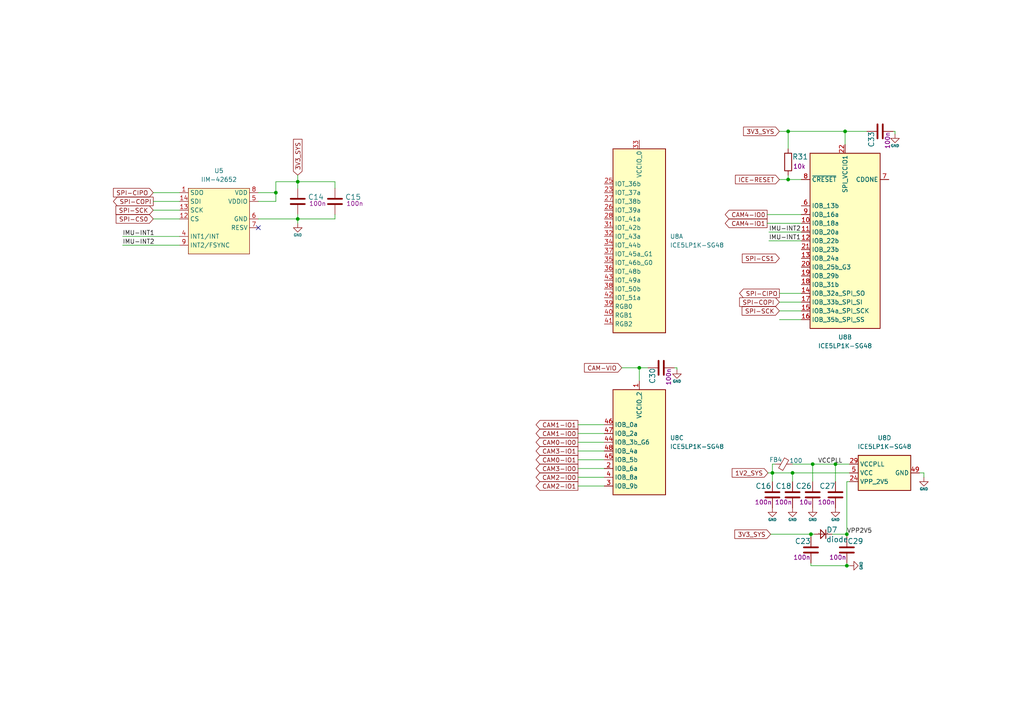
<source format=kicad_sch>
(kicad_sch (version 20211123) (generator eeschema)
  (paper "A4")
  (lib_symbols
    (symbol "Device:FerriteBead_Small" (pin_numbers hide) (pin_names (offset 0))
      (property "Reference" "FB" (at 1.905 1.27 0))
      (property "Value" "FerriteBead_Small" (at 1.905 -1.27 0))
      (symbol "FerriteBead_Small_0_1"
        (polyline (pts (xy 0 -1.27) (xy 0 -0.7874)))
        (polyline (pts (xy 0 0.889) (xy 0 1.2954)))
        (polyline (pts (xy -1.8288 0.2794) (xy -1.1176 1.4986) (xy 1.8288 -0.2032) (xy 1.1176 -1.4224) (xy -1.8288 0.2794)))
      )
      (symbol "FerriteBead_Small_1_1"
        (pin passive line (at 0 2.54 270) (length 1.27) (name "~") (number "1"))
        (pin passive line (at 0 -2.54 90) (length 1.27) (name "~") (number "2"))
      )
    )
    (symbol "FPGA_Lattice:ICE5LP1K-SG48"
      (property "Reference" "U" (at -8.89 -29.21 0))
      (property "Value" "ICE5LP1K-SG48" (at 0 -31.75 0))
      (symbol "ICE5LP1K-SG48_1_1"
        (rectangle (start -7.62 25.4) (end 7.62 -27.94) (stroke (width 0.254)) (fill (type background)))
        (pin bidirectional line (at -10.16 12.7 0) (length 2.54) (name "IOT_37a") (number "23"))
        (pin bidirectional line (at -10.16 15.24 0) (length 2.54) (name "IOT_36b") (number "25"))
        (pin bidirectional line (at -10.16 7.62 0) (length 2.54) (name "IOT_39a") (number "26"))
        (pin bidirectional line (at -10.16 10.16 0) (length 2.54) (name "IOT_38b") (number "27"))
        (pin bidirectional line (at -10.16 5.08 0) (length 2.54) (name "IOT_41a") (number "28"))
        (pin bidirectional line (at -10.16 2.54 0) (length 2.54) (name "IOT_42b") (number "31"))
        (pin bidirectional line (at -10.16 0 0) (length 2.54) (name "IOT_43a") (number "32"))
        (pin power_in line (at 0 27.94 270) (length 2.54) (name "VCCIO_0") (number "33"))
        (pin bidirectional line (at -10.16 -2.54 0) (length 2.54) (name "IOT_44b") (number "34"))
        (pin bidirectional line (at -10.16 -7.62 0) (length 2.54) (name "IOT_46b_G0") (number "35"))
        (pin bidirectional line (at -10.16 -10.16 0) (length 2.54) (name "IOT_48b") (number "36"))
        (pin bidirectional line (at -10.16 -5.08 0) (length 2.54) (name "IOT_45a_G1") (number "37"))
        (pin bidirectional line (at -10.16 -15.24 0) (length 2.54) (name "IOT_50b") (number "38"))
        (pin open_collector line (at -10.16 -20.32 0) (length 2.54) (name "RGB0") (number "39"))
        (pin open_collector line (at -10.16 -22.86 0) (length 2.54) (name "RGB1") (number "40"))
        (pin open_collector line (at -10.16 -25.4 0) (length 2.54) (name "RGB2") (number "41"))
        (pin bidirectional line (at -10.16 -17.78 0) (length 2.54) (name "IOT_51a") (number "42"))
        (pin bidirectional line (at -10.16 -12.7 0) (length 2.54) (name "IOT_49a") (number "43"))
      )
      (symbol "ICE5LP1K-SG48_2_1"
        (rectangle (start -10.16 25.4) (end 10.16 -25.4) (stroke (width 0.254)) (fill (type background)))
        (pin bidirectional line (at -12.7 5.08 0) (length 2.54) (name "IOB_18a") (number "10"))
        (pin bidirectional line (at -12.7 2.54 0) (length 2.54) (name "IOB_20a") (number "11"))
        (pin bidirectional line (at -12.7 0 0) (length 2.54) (name "IOB_22b") (number "12"))
        (pin bidirectional line (at -12.7 -5.08 0) (length 2.54) (name "IOB_24a") (number "13"))
        (pin bidirectional line (at -12.7 -15.24 0) (length 2.54) (name "IOB_32a_SPI_SO") (number "14"))
        (pin bidirectional line (at -12.7 -20.32 0) (length 2.54) (name "IOB_34a_SPI_SCK") (number "15"))
        (pin bidirectional line (at -12.7 -22.86 0) (length 2.54) (name "IOB_35b_SPI_SS") (number "16"))
        (pin bidirectional line (at -12.7 -17.78 0) (length 2.54) (name "IOB_33b_SPI_SI") (number "17"))
        (pin bidirectional line (at -12.7 -12.7 0) (length 2.54) (name "IOB_31b") (number "18"))
        (pin bidirectional line (at -12.7 -10.16 0) (length 2.54) (name "IOB_29b") (number "19"))
        (pin bidirectional line (at -12.7 -7.62 0) (length 2.54) (name "IOB_25b_G3") (number "20"))
        (pin bidirectional line (at -12.7 -2.54 0) (length 2.54) (name "IOB_23b") (number "21"))
        (pin power_in line (at 0 27.94 270) (length 2.54) (name "SPI_VCCIO1") (number "22"))
        (pin bidirectional line (at -12.7 10.16 0) (length 2.54) (name "IOB_13b") (number "6"))
        (pin open_collector line (at 12.7 17.78 180) (length 2.54) (name "CDONE") (number "7"))
        (pin input line (at -12.7 17.78 0) (length 2.54) (name "~{CRESET}") (number "8"))
        (pin bidirectional line (at -12.7 7.62 0) (length 2.54) (name "IOB_16a") (number "9"))
      )
      (symbol "ICE5LP1K-SG48_3_1"
        (rectangle (start -7.62 15.24) (end 7.62 -15.24) (stroke (width 0.254)) (fill (type background)))
        (pin power_in line (at 0 17.78 270) (length 2.54) (name "VCCIO_2") (number "1"))
        (pin bidirectional line (at -10.16 -7.62 0) (length 2.54) (name "IOB_6a") (number "2"))
        (pin bidirectional line (at -10.16 -12.7 0) (length 2.54) (name "IOB_9b") (number "3"))
        (pin bidirectional line (at -10.16 -10.16 0) (length 2.54) (name "IOB_8a") (number "4"))
        (pin bidirectional line (at -10.16 0 0) (length 2.54) (name "IOB_3b_G6") (number "44"))
        (pin bidirectional line (at -10.16 -5.08 0) (length 2.54) (name "IOB_5b") (number "45"))
        (pin bidirectional line (at -10.16 5.08 0) (length 2.54) (name "IOB_0a") (number "46"))
        (pin bidirectional line (at -10.16 2.54 0) (length 2.54) (name "IOB_2a") (number "47"))
        (pin bidirectional line (at -10.16 -2.54 0) (length 2.54) (name "IOB_4a") (number "48"))
      )
      (symbol "ICE5LP1K-SG48_4_1"
        (rectangle (start -5.08 7.62) (end 5.08 -7.62) (stroke (width 0.254)) (fill (type background)))
        (pin power_in line (at -2.54 10.16 270) (length 2.54) (name "VPP_2V5") (number "24"))
        (pin power_out line (at 2.54 10.16 270) (length 2.54) (name "VCCPLL") (number "29"))
        (pin passive line (at 0 10.16 270) (length 2.54) hide (name "VCC") (number "30"))
        (pin power_in line (at 0 -10.16 90) (length 2.54) (name "GND") (number "49"))
        (pin power_in line (at 0 10.16 270) (length 2.54) (name "VCC") (number "5"))
      )
    )
    (symbol "capablerobot-sensors:IIM-42652"
      (property "Reference" "U" (at -7.62 10.16 0))
      (property "Value" "IIM-42652" (at -8.89 11.43 0))
      (symbol "IIM-42652_0_1"
        (rectangle (start -8.89 8.89) (end 8.89 -10.16) (stroke (width 0.1524)) (fill (type background)))
      )
      (symbol "IIM-42652_1_1"
        (pin output line (at -11.43 7.62 0) (length 2.54) (name "SDO") (number "1"))
        (pin output line (at -11.43 0 0) (length 2.54) (name "CS") (number "12"))
        (pin input line (at -11.43 2.54 0) (length 2.54) (name "SCK") (number "13"))
        (pin input line (at -11.43 5.08 0) (length 2.54) (name "SDI") (number "14"))
        (pin bidirectional line (at -11.43 -5.08 0) (length 2.54) (name "INT1/INT") (number "4"))
        (pin power_in line (at 11.43 5.08 180) (length 2.54) (name "VDDIO") (number "5"))
        (pin power_in line (at 11.43 0 180) (length 2.54) (name "GND") (number "6"))
        (pin input line (at 11.43 -2.54 180) (length 2.54) (name "RESV") (number "7"))
        (pin power_in line (at 11.43 7.62 180) (length 2.54) (name "VDD") (number "8"))
        (pin bidirectional line (at -11.43 -7.62 0) (length 2.54) (name "INT2/FSYNC") (number "9"))
      )
    )
    (symbol "jetson-nano-baseboard:C_100n_0402" (pin_names (offset 0))
      (property "Reference" "C" (at -1.397 3.429 0))
      (property "Val" "100n" (at 0 -2.54 0))
      (symbol "C_100n_0402_1_1"
        (polyline (pts (xy -2.032 -0.762) (xy 2.032 -0.762)) (stroke (width 0.508)))
        (polyline (pts (xy -2.032 0.762) (xy 2.032 0.762)) (stroke (width 0.508)))
        (pin passive line (at 0 3.81 270) (length 2.794) (name "~") (number "1"))
        (pin passive line (at 0 -3.81 90) (length 2.794) (name "~") (number "2"))
      )
    )
    (symbol "jetson-nano-baseboard:GND" (power) (pin_names (offset 0))
      (property "Value" "GND" (at 0 -3.81 0))
      (symbol "GND_0_1"
        (polyline (pts (xy 0 0) (xy 0 -1.27) (xy 1.27 -1.27) (xy 0 -2.54) (xy -1.27 -1.27) (xy 0 -1.27)))
      )
      (symbol "GND_1_1"
        (pin power_in line (at 0 0 270) (length 0) hide (name "GND") (number "1"))
      )
    )
    (symbol "jetson-nano-baseboard:R_10k_0402" (pin_names (offset 0))
      (property "Reference" "R" (at -1.397 3.429 0))
      (property "Val" "10k" (at 0 -2.54 0))
      (symbol "R_10k_0402_1_1"
        (rectangle (start 2.54 -1.016) (end -2.54 1.016) (stroke (width 0.254)))
        (pin passive line (at -3.81 0 0) (length 1.27) (name "~") (number "1"))
        (pin passive line (at 3.81 0 180) (length 1.27) (name "~") (number "2"))
      )
    )
    (symbol "jetson-nano-baseboard:diode" (pin_names (offset 1.016))
      (property "Reference" "D" (at -1.016 1.524 0))
      (property "Value" "diode" (at -1.016 -4.064 90))
      (symbol "diode_0_1"
        (polyline (pts (xy -1.27 0.762) (xy 1.27 0.762)) (stroke (width 0.254)))
        (polyline (pts (xy -1.27 -0.762) (xy 1.27 -0.762) (xy 0 0.508) (xy -1.27 -0.762)) (stroke (width 0.254)))
        (pin passive line (at 0 -2.54 90) (length 2.54) (name "A") (number "A"))
        (pin passive line (at 0 2.54 270) (length 2.54) (name "K") (number "K"))
      )
    )
  )
  (junction (at 86.36 52.705))
  (junction (at 80.01 55.88))
  (junction (at 235.712 134.62))
  (junction (at 86.36 63.5))
  (junction (at 228.6 52.07))
  (junction (at 235.204 154.94))
  (junction (at 229.87 137.16))
  (junction (at 228.6 38.1))
  (junction (at 224.028 137.16))
  (junction (at 185.42 106.68))
  (junction (at 245.11 38.1))
  (junction (at 245.618 154.94))
  (junction (at 245.618 164.084))
  (junction (at 242.316 134.62))
  (no_connect (at 74.93 66.04))
  (wire (pts (xy 167.64 133.35) (xy 175.26 133.35)))
  (wire (pts (xy 196.342 106.68) (xy 195.58 106.68)))
  (wire (pts (xy 222.504 64.77) (xy 232.41 64.77)))
  (wire (pts (xy 185.42 106.68) (xy 187.96 106.68)))
  (wire (pts (xy 224.028 137.16) (xy 224.028 139.7)))
  (wire (pts (xy 259.588 38.1) (xy 259.588 38.862)))
  (wire (pts (xy 222.504 62.23) (xy 232.41 62.23)))
  (wire (pts (xy 97.155 52.705) (xy 97.155 54.61)))
  (wire (pts (xy 80.01 55.88) (xy 80.01 58.42)))
  (wire (pts (xy 226.06 90.17) (xy 232.41 90.17)))
  (wire (pts (xy 97.155 63.5) (xy 86.36 63.5)))
  (wire (pts (xy 241.3 154.94) (xy 245.618 154.94)))
  (wire (pts (xy 97.155 62.23) (xy 97.155 63.5)))
  (wire (pts (xy 223.012 67.31) (xy 232.41 67.31)))
  (wire (pts (xy 229.87 137.16) (xy 246.38 137.16)))
  (wire (pts (xy 222.758 137.16) (xy 224.028 137.16)))
  (wire (pts (xy 167.64 138.43) (xy 175.26 138.43)))
  (wire (pts (xy 167.64 135.89) (xy 175.26 135.89)))
  (wire (pts (xy 245.618 164.084) (xy 235.204 164.084)))
  (wire (pts (xy 224.028 134.62) (xy 224.028 137.16)))
  (wire (pts (xy 235.204 164.084) (xy 235.204 163.322)))
  (wire (pts (xy 223.52 154.94) (xy 235.204 154.94)))
  (wire (pts (xy 74.93 55.88) (xy 80.01 55.88)))
  (wire (pts (xy 235.712 134.62) (xy 235.712 139.7)))
  (wire (pts (xy 86.36 52.705) (xy 86.36 54.61)))
  (wire (pts (xy 86.36 62.23) (xy 86.36 63.5)))
  (wire (pts (xy 167.64 125.73) (xy 175.26 125.73)))
  (wire (pts (xy 44.45 60.96) (xy 52.07 60.96)))
  (wire (pts (xy 267.97 137.16) (xy 267.97 138.43)))
  (wire (pts (xy 86.36 50.8) (xy 86.36 52.705)))
  (wire (pts (xy 226.06 85.09) (xy 232.41 85.09)))
  (wire (pts (xy 86.36 52.705) (xy 97.155 52.705)))
  (wire (pts (xy 259.08 38.1) (xy 259.588 38.1)))
  (wire (pts (xy 235.204 154.94) (xy 236.22 154.94)))
  (wire (pts (xy 245.11 38.1) (xy 251.46 38.1)))
  (wire (pts (xy 86.36 63.5) (xy 86.36 64.77)))
  (wire (pts (xy 167.64 140.97) (xy 175.26 140.97)))
  (wire (pts (xy 245.618 154.94) (xy 245.618 155.702)))
  (wire (pts (xy 35.56 68.58) (xy 52.07 68.58)))
  (wire (pts (xy 226.06 87.63) (xy 232.41 87.63)))
  (wire (pts (xy 80.01 55.88) (xy 80.01 52.705)))
  (wire (pts (xy 44.45 55.88) (xy 52.07 55.88)))
  (wire (pts (xy 226.06 38.1) (xy 228.6 38.1)))
  (wire (pts (xy 226.06 92.71) (xy 232.41 92.71)))
  (wire (pts (xy 44.45 63.5) (xy 52.07 63.5)))
  (wire (pts (xy 224.79 134.62) (xy 224.028 134.62)))
  (wire (pts (xy 167.64 123.19) (xy 175.26 123.19)))
  (wire (pts (xy 266.7 137.16) (xy 267.97 137.16)))
  (wire (pts (xy 224.028 137.16) (xy 229.87 137.16)))
  (wire (pts (xy 180.34 106.68) (xy 185.42 106.68)))
  (wire (pts (xy 35.56 71.12) (xy 52.07 71.12)))
  (wire (pts (xy 242.316 134.62) (xy 246.38 134.62)))
  (wire (pts (xy 80.01 52.705) (xy 86.36 52.705)))
  (wire (pts (xy 228.6 38.1) (xy 245.11 38.1)))
  (wire (pts (xy 246.38 139.7) (xy 245.618 139.7)))
  (wire (pts (xy 223.012 69.85) (xy 232.41 69.85)))
  (wire (pts (xy 80.01 58.42) (xy 74.93 58.42)))
  (wire (pts (xy 228.6 52.07) (xy 232.41 52.07)))
  (wire (pts (xy 167.64 130.81) (xy 175.26 130.81)))
  (wire (pts (xy 44.45 58.42) (xy 52.07 58.42)))
  (wire (pts (xy 245.618 139.7) (xy 245.618 154.94)))
  (wire (pts (xy 229.87 134.62) (xy 235.712 134.62)))
  (wire (pts (xy 245.11 38.1) (xy 245.11 41.91)))
  (wire (pts (xy 228.6 50.8) (xy 228.6 52.07)))
  (wire (pts (xy 229.87 137.16) (xy 229.87 139.7)))
  (wire (pts (xy 226.06 52.07) (xy 228.6 52.07)))
  (wire (pts (xy 185.42 110.49) (xy 185.42 106.68)))
  (wire (pts (xy 228.6 43.18) (xy 228.6 38.1)))
  (wire (pts (xy 246.38 164.084) (xy 245.618 164.084)))
  (wire (pts (xy 167.64 128.27) (xy 175.26 128.27)))
  (wire (pts (xy 245.618 164.084) (xy 245.618 163.322)))
  (wire (pts (xy 74.93 63.5) (xy 86.36 63.5)))
  (wire (pts (xy 196.342 107.188) (xy 196.342 106.68)))
  (wire (pts (xy 242.316 134.62) (xy 242.316 139.7)))
  (wire (pts (xy 235.204 154.94) (xy 235.204 155.702)))
  (wire (pts (xy 235.712 134.62) (xy 242.316 134.62)))
  (label "IMU-INT2" (at 223.012 67.31 0))
  (label "IMU-INT1" (at 223.012 69.85 0))
  (label "IMU-INT2" (at 35.56 71.12 0))
  (label "VCCPLL" (at 237.236 134.62 0))
  (label "IMU-INT1" (at 35.56 68.58 0))
  (label "VPP2V5" (at 245.618 154.94 0))
  (global_label "SPI-CIPO" (shape input) (at 44.45 55.88 180) (property "Intersheet References" "${INTERSHEET_REFS}" (effects hide)))
  (global_label "3V3_SYS" (shape input) (at 223.52 154.94 180) (property "Intersheet References" "${INTERSHEET_REFS}" (effects hide)))
  (global_label "SPI-CS0" (shape input) (at 44.45 63.5 180) (property "Intersheet References" "${INTERSHEET_REFS}" (effects hide)))
  (global_label "CAM2-IO0" (shape output) (at 167.64 138.43 180) (property "Intersheet References" "${INTERSHEET_REFS}" (effects hide)))
  (global_label "CAM3-IO1" (shape output) (at 167.64 130.81 180) (property "Intersheet References" "${INTERSHEET_REFS}" (effects hide)))
  (global_label "CAM3-IO0" (shape output) (at 167.64 135.89 180) (property "Intersheet References" "${INTERSHEET_REFS}" (effects hide)))
  (global_label "1V2_SYS" (shape input) (at 222.758 137.16 180) (property "Intersheet References" "${INTERSHEET_REFS}" (effects hide)))
  (global_label "3V3_SYS" (shape input) (at 86.36 50.8 90) (property "Intersheet References" "${INTERSHEET_REFS}" (effects hide)))
  (global_label "SPI-SCK" (shape input) (at 226.06 90.17 180) (property "Intersheet References" "${INTERSHEET_REFS}" (effects hide)))
  (global_label "SPI-COPI" (shape output) (at 44.45 58.42 180) (property "Intersheet References" "${INTERSHEET_REFS}" (effects hide)))
  (global_label "CAM4-IO0" (shape output) (at 222.504 62.23 180) (property "Intersheet References" "${INTERSHEET_REFS}" (effects hide)))
  (global_label "CAM2-IO1" (shape output) (at 167.64 140.97 180) (property "Intersheet References" "${INTERSHEET_REFS}" (effects hide)))
  (global_label "SPI-CIPO" (shape output) (at 226.06 85.09 180) (property "Intersheet References" "${INTERSHEET_REFS}" (effects hide)))
  (global_label "SPI-SCK" (shape input) (at 44.45 60.96 180) (property "Intersheet References" "${INTERSHEET_REFS}" (effects hide)))
  (global_label "CAM0-IO0" (shape output) (at 167.64 128.27 180) (property "Intersheet References" "${INTERSHEET_REFS}" (effects hide)))
  (global_label "CAM-VIO" (shape input) (at 180.34 106.68 180) (property "Intersheet References" "${INTERSHEET_REFS}" (effects hide)))
  (global_label "ICE-RESET" (shape input) (at 226.06 52.07 180) (property "Intersheet References" "${INTERSHEET_REFS}" (effects hide)))
  (global_label "3V3_SYS" (shape input) (at 226.06 38.1 180) (property "Intersheet References" "${INTERSHEET_REFS}" (effects hide)))
  (global_label "SPI-COPI" (shape input) (at 226.06 87.63 180) (property "Intersheet References" "${INTERSHEET_REFS}" (effects hide)))
  (global_label "CAM1-IO0" (shape output) (at 167.64 125.73 180) (property "Intersheet References" "${INTERSHEET_REFS}" (effects hide)))
  (global_label "SPI-CS1" (shape input) (at 226.06 74.93 180) (property "Intersheet References" "${INTERSHEET_REFS}" (effects hide)))
  (global_label "CAM4-IO1" (shape output) (at 222.504 64.77 180) (property "Intersheet References" "${INTERSHEET_REFS}" (effects hide)))
  (global_label "CAM1-IO1" (shape output) (at 167.64 123.19 180) (property "Intersheet References" "${INTERSHEET_REFS}" (effects hide)))
  (global_label "CAM0-IO1" (shape output) (at 167.64 133.35 180) (property "Intersheet References" "${INTERSHEET_REFS}" (effects hide)))
  (symbol (lib_id "jetson-nano-baseboard:GND") (at 246.38 164.084 90) (unit 1)
    (property "Reference" "#GND_055" (effects hide))
    (property "Value" "GND" (at 249.7836 164.084 0) (effects (font (size 0.762 0.762))))
  )
  (symbol (lib_id "jetson-nano-baseboard:GND") (at 229.87 147.32 0) (unit 1)
    (property "Reference" "#GND_036" (effects hide))
    (property "Value" "GND" (at 229.87 150.7236 0) (effects (font (size 0.762 0.762))))
  )
  (symbol (lib_id "jetson-nano-baseboard:C_100n_0402") (at 97.155 58.42 180) (unit 1)
    (property "Reference" "C15" (at 104.775 57.15 0) (effects (font (size 1.524 1.524)) (justify left)))
    (property "Value" "C_100n_0402" (effects hide))
    (property "Footprint" "jetson-nano-baseboard-footprints:0402-cap" (effects hide))
    (property "Manufacturer" "Walsin" (effects hide))
    (property "MPN" "0402X104K6R3CT" (effects hide))
    (property "Val" "100n" (at 105.41 59.055 0) (effects (justify left)))
  )
  (symbol (lib_id "jetson-nano-baseboard:GND") (at 235.712 147.32 0) (unit 1)
    (property "Reference" "#GND_048" (effects hide))
    (property "Value" "GND" (at 235.712 150.7236 0) (effects (font (size 0.762 0.762))))
  )
  (symbol (lib_id "jetson-nano-baseboard:C_100n_0402") (at 242.316 143.51 180) (unit 1)
    (property "Reference" "C27" (at 242.316 140.97 0) (effects (font (size 1.524 1.524)) (justify left)))
    (property "Value" "C_100n_0402" (effects hide))
    (property "Footprint" "jetson-nano-baseboard-footprints:0402-cap" (effects hide))
    (property "Val" "100n" (at 242.189 145.669 0) (effects (justify left)))
  )
  (symbol (lib_id "FPGA_Lattice:ICE5LP1K-SG48") (at 256.54 137.16 90) (unit 4)
    (property "Reference" "U8" (at 256.54 127 90))
    (property "Value" "ICE5LP1K-SG48" (at 256.54 129.54 90))
    (property "Footprint" "Package_DFN_QFN:QFN-48-1EP_7x7mm_P0.5mm_EP5.6x5.6mm" (effects hide))
    (property "Datasheet" "http://www.latticesemi.com/Products/FPGAandCPLD/iCE40Ultra" (effects hide))
  )
  (symbol (lib_id "jetson-nano-baseboard:GND") (at 267.97 138.43 0) (unit 1)
    (property "Reference" "#GND_033" (effects hide))
    (property "Value" "GND" (at 267.97 141.8336 0) (effects (font (size 0.762 0.762))))
  )
  (symbol (lib_id "jetson-nano-baseboard:C_100n_0402") (at 191.77 106.68 270) (unit 1)
    (property "Reference" "C30" (at 189.23 106.68 0) (effects (font (size 1.524 1.524)) (justify left)))
    (property "Value" "C_100n_0402" (effects hide))
    (property "Footprint" "jetson-nano-baseboard-footprints:0402-cap" (effects hide))
    (property "Val" "100n" (at 193.929 106.807 0) (effects (justify left)))
  )
  (symbol (lib_id "jetson-nano-baseboard:C_100n_0402") (at 245.618 159.512 180) (unit 1)
    (property "Reference" "C29" (at 250.444 156.972 0) (effects (font (size 1.524 1.524)) (justify left)))
    (property "Value" "C_100n_0402" (effects hide))
    (property "Footprint" "jetson-nano-baseboard-footprints:0402-cap" (effects hide))
    (property "Val" "100n" (at 245.491 161.671 0) (effects (justify left)))
  )
  (symbol (lib_id "jetson-nano-baseboard:C_100n_0402") (at 86.36 58.42 180) (unit 1)
    (property "Reference" "C14" (at 93.98 57.15 0) (effects (font (size 1.524 1.524)) (justify left)))
    (property "Value" "C_100n_0402" (effects hide))
    (property "Footprint" "jetson-nano-baseboard-footprints:0402-cap" (effects hide))
    (property "Manufacturer" "Walsin" (effects hide))
    (property "MPN" "0402X104K6R3CT" (effects hide))
    (property "Val" "100n" (at 94.615 59.055 0) (effects (justify left)))
  )
  (symbol (lib_id "jetson-nano-baseboard:GND") (at 224.028 147.32 0) (unit 1)
    (property "Reference" "#GND_035" (effects hide))
    (property "Value" "GND" (at 224.028 150.7236 0) (effects (font (size 0.762 0.762))))
  )
  (symbol (lib_id "jetson-nano-baseboard:GND") (at 259.588 38.862 0) (unit 1)
    (property "Reference" "#GND_057" (effects hide))
    (property "Value" "GND" (at 259.588 42.2656 0) (effects (font (size 0.762 0.762))))
  )
  (symbol (lib_id "jetson-nano-baseboard:C_100n_0402") (at 255.27 38.1 270) (unit 1)
    (property "Reference" "C33" (at 252.73 38.1 0) (effects (font (size 1.524 1.524)) (justify left)))
    (property "Value" "C_100n_0402" (effects hide))
    (property "Footprint" "jetson-nano-baseboard-footprints:0402-cap" (effects hide))
    (property "Val" "100n" (at 257.429 38.227 0) (effects (justify left)))
  )
  (symbol (lib_id "jetson-nano-baseboard:GND") (at 86.36 64.77 0) (unit 1)
    (property "Reference" "#GND_031" (effects hide))
    (property "Value" "GND" (at 86.36 68.1736 0) (effects (font (size 0.762 0.762))))
  )
  (symbol (lib_id "capablerobot-sensors:IIM-42652") (at 63.5 63.5 0) (unit 1)
    (property "Reference" "U5" (at 63.5 49.53 0))
    (property "Value" "IIM-42652" (at 63.5 52.07 0))
    (property "Footprint" "Package_LGA:Bosch_LGA-14_3x2.5mm_P0.5mm" (effects hide))
  )
  (symbol (lib_id "jetson-nano-baseboard:GND") (at 242.316 147.32 0) (unit 1)
    (property "Reference" "#GND_053" (effects hide))
    (property "Value" "GND" (at 242.316 150.7236 0) (effects (font (size 0.762 0.762))))
  )
  (symbol (lib_id "FPGA_Lattice:ICE5LP1K-SG48") (at 185.42 128.27 0) (unit 3)
    (property "Reference" "U8" (at 194.31 126.9999 0) (effects (justify left)))
    (property "Value" "ICE5LP1K-SG48" (at 194.31 129.5399 0) (effects (justify left)))
    (property "Footprint" "Package_DFN_QFN:QFN-48-1EP_7x7mm_P0.5mm_EP5.6x5.6mm" (effects hide))
    (property "Datasheet" "http://www.latticesemi.com/Products/FPGAandCPLD/iCE40Ultra" (effects hide))
  )
  (symbol (lib_id "FPGA_Lattice:ICE5LP1K-SG48") (at 245.11 69.85 0) (unit 2)
    (property "Reference" "U8" (at 245.11 97.79 0))
    (property "Value" "ICE5LP1K-SG48" (at 245.11 100.33 0))
    (property "Footprint" "Package_DFN_QFN:QFN-48-1EP_7x7mm_P0.5mm_EP5.6x5.6mm" (effects hide))
    (property "Datasheet" "http://www.latticesemi.com/Products/FPGAandCPLD/iCE40Ultra" (effects hide))
  )
  (symbol (lib_id "jetson-nano-baseboard:GND") (at 196.342 107.188 0) (unit 1)
    (property "Reference" "#GND_056" (effects hide))
    (property "Value" "GND" (at 196.342 110.5916 0) (effects (font (size 0.762 0.762))))
  )
  (symbol (lib_id "jetson-nano-baseboard:C_100n_0402") (at 235.712 143.51 180) (unit 1)
    (property "Reference" "C26" (at 235.458 140.97 0) (effects (font (size 1.524 1.524)) (justify left)))
    (property "Value" "C_10u_0603" (effects hide))
    (property "Footprint" "jetson-nano-baseboard-footprints:0603-cap" (effects hide))
    (property "Val" "10u" (at 235.585 145.669 0) (effects (justify left)))
  )
  (symbol (lib_id "jetson-nano-baseboard:C_100n_0402") (at 235.204 159.512 180) (unit 1)
    (property "Reference" "C23" (at 235.204 156.972 0) (effects (font (size 1.524 1.524)) (justify left)))
    (property "Value" "C_100n_0402" (effects hide))
    (property "Footprint" "jetson-nano-baseboard-footprints:0402-cap" (effects hide))
    (property "Val" "100n" (at 235.077 161.671 0) (effects (justify left)))
  )
  (symbol (lib_id "jetson-nano-baseboard:C_100n_0402") (at 229.87 143.51 180) (unit 1)
    (property "Reference" "C18" (at 229.616 140.97 0) (effects (font (size 1.524 1.524)) (justify left)))
    (property "Value" "C_100n_0402" (effects hide))
    (property "Footprint" "jetson-nano-baseboard-footprints:0402-cap" (effects hide))
    (property "Manufacturer" "Walsin" (effects hide))
    (property "MPN" "0402X104K6R3CT" (effects hide))
    (property "Val" "100n" (at 229.743 145.669 0) (effects (justify left)))
  )
  (symbol (lib_id "jetson-nano-baseboard:diode") (at 238.76 154.94 270) (unit 1)
    (property "Reference" "D7" (at 241.3 153.67 90) (effects (font (size 1.524 1.524))))
    (property "Value" "diode" (at 242.824 156.464 90) (effects (font (size 1.524 1.524))))
    (property "Footprint" "jetson-nano-baseboard-footprints:SOD-323" (effects hide))
    (property "Manufacturer" "ON Semiconductor" (effects hide))
    (property "MPN" "1N4148WS" (effects hide))
  )
  (symbol (lib_id "Device:FerriteBead_Small") (at 227.33 134.62 90) (unit 1)
    (property "Reference" "FB4" (at 225.0059 133.35 90))
    (property "Value" "100" (at 230.8479 133.604 90))
    (property "Footprint" "jetson-nano-baseboard-footprints:0603-res" (effects hide))
  )
  (symbol (lib_id "jetson-nano-baseboard:R_10k_0402") (at 228.6 46.99 90) (unit 1)
    (property "Reference" "R31" (at 234.442 45.466 90) (effects (font (size 1.524 1.524)) (justify left)))
    (property "Value" "R_10k_0402" (effects hide))
    (property "Footprint" "jetson-nano-baseboard-footprints:0402-res" (effects hide))
    (property "Manufacturer" "VISHAY" (effects hide))
    (property "MPN" "CRCW040210K0FKEDHP" (effects hide))
    (property "Val" "10k" (at 233.68 48.26 90) (effects (justify left)))
  )
  (symbol (lib_id "FPGA_Lattice:ICE5LP1K-SG48") (at 185.42 68.58 0) (unit 1)
    (property "Reference" "U8" (at 194.31 68.5799 0) (effects (justify left)))
    (property "Value" "ICE5LP1K-SG48" (at 194.31 71.1199 0) (effects (justify left)))
    (property "Footprint" "Package_DFN_QFN:QFN-48-1EP_7x7mm_P0.5mm_EP5.6x5.6mm" (effects hide))
    (property "Datasheet" "http://www.latticesemi.com/Products/FPGAandCPLD/iCE40Ultra" (effects hide))
  )
  (symbol (lib_id "jetson-nano-baseboard:C_100n_0402") (at 224.028 143.51 180) (unit 1)
    (property "Reference" "C16" (at 223.774 140.97 0) (effects (font (size 1.524 1.524)) (justify left)))
    (property "Value" "C_100n_0402" (effects hide))
    (property "Footprint" "jetson-nano-baseboard-footprints:0402-cap" (effects hide))
    (property "Manufacturer" "Walsin" (effects hide))
    (property "MPN" "0402X104K6R3CT" (effects hide))
    (property "Val" "100n" (at 223.901 145.669 0) (effects (justify left)))
  )
)
</source>
